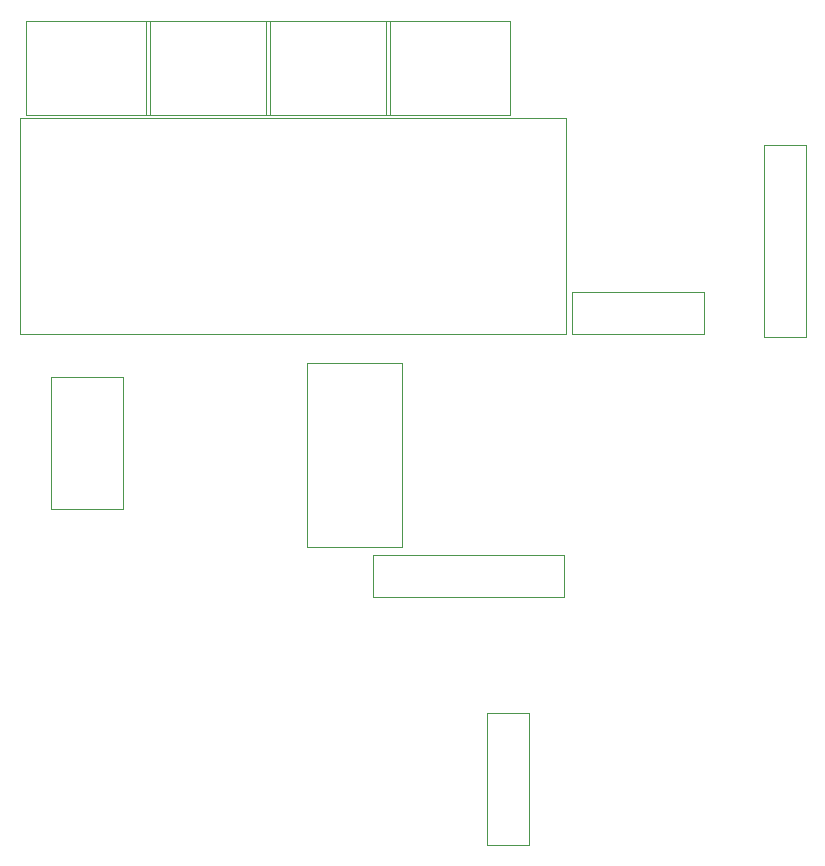
<source format=gbr>
G04 #@! TF.GenerationSoftware,KiCad,Pcbnew,9.0.4*
G04 #@! TF.CreationDate,2025-10-29T14:56:39-04:00*
G04 #@! TF.ProjectId,ArduinoBoard,41726475-696e-46f4-926f-6172642e6b69,1*
G04 #@! TF.SameCoordinates,Original*
G04 #@! TF.FileFunction,Other,User*
%FSLAX46Y46*%
G04 Gerber Fmt 4.6, Leading zero omitted, Abs format (unit mm)*
G04 Created by KiCad (PCBNEW 9.0.4) date 2025-10-29 14:56:39*
%MOMM*%
%LPD*%
G01*
G04 APERTURE LIST*
%ADD10C,0.050000*%
G04 APERTURE END LIST*
D10*
X89260000Y-96090000D02*
X89260000Y-92550000D01*
X89260000Y-92550000D02*
X73020000Y-92550000D01*
X73020000Y-96090000D02*
X89260000Y-96090000D01*
X73020000Y-92550000D02*
X73020000Y-96090000D01*
X53860000Y-47297000D02*
X53860000Y-55297000D01*
X53860000Y-47297000D02*
X64360000Y-47297000D01*
X64360000Y-55297000D02*
X53860000Y-55297000D01*
X64360000Y-55297000D02*
X64360000Y-47297000D01*
X89940000Y-70282500D02*
X89940000Y-73822500D01*
X89940000Y-73822500D02*
X101100000Y-73822500D01*
X101100000Y-70282500D02*
X89940000Y-70282500D01*
X101100000Y-73822500D02*
X101100000Y-70282500D01*
X45779792Y-77480000D02*
X45779792Y-88640000D01*
X45779792Y-88640000D02*
X51869792Y-88640000D01*
X51869792Y-77480000D02*
X45779792Y-77480000D01*
X51869792Y-88640000D02*
X51869792Y-77480000D01*
X74180000Y-47307000D02*
X74180000Y-55307000D01*
X74180000Y-47307000D02*
X84680000Y-47307000D01*
X84680000Y-55307000D02*
X74180000Y-55307000D01*
X84680000Y-55307000D02*
X84680000Y-47307000D01*
X82720000Y-105940000D02*
X82720000Y-117100000D01*
X82720000Y-117100000D02*
X86260000Y-117100000D01*
X86260000Y-105940000D02*
X82720000Y-105940000D01*
X86260000Y-117100000D02*
X86260000Y-105940000D01*
X43680000Y-47300000D02*
X43680000Y-55300000D01*
X43680000Y-47300000D02*
X54180000Y-47300000D01*
X54180000Y-55300000D02*
X43680000Y-55300000D01*
X54180000Y-55300000D02*
X54180000Y-47300000D01*
X106140000Y-57850000D02*
X106140000Y-74090000D01*
X106140000Y-74090000D02*
X109680000Y-74090000D01*
X109680000Y-57850000D02*
X106140000Y-57850000D01*
X109680000Y-74090000D02*
X109680000Y-57850000D01*
X64020000Y-47307000D02*
X64020000Y-55307000D01*
X64020000Y-47307000D02*
X74520000Y-47307000D01*
X74520000Y-55307000D02*
X64020000Y-55307000D01*
X74520000Y-55307000D02*
X74520000Y-47307000D01*
X67489688Y-91856000D02*
X67489688Y-76256000D01*
X67489688Y-91856000D02*
X75489688Y-91856000D01*
X75489688Y-76256000D02*
X67489688Y-76256000D01*
X75489688Y-76256000D02*
X75489688Y-91856000D01*
X43160000Y-73850000D02*
X43160000Y-55570000D01*
X43160000Y-73850000D02*
X89380000Y-73850000D01*
X89380000Y-55570000D02*
X43160000Y-55570000D01*
X89380000Y-55570000D02*
X89380000Y-73850000D01*
M02*

</source>
